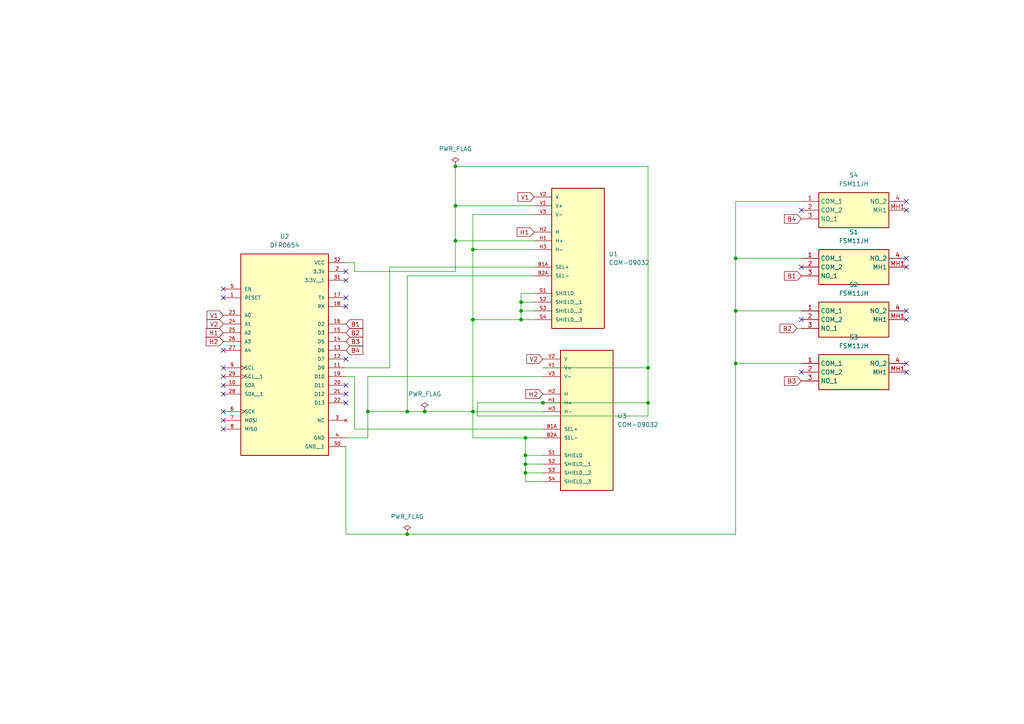
<source format=kicad_sch>
(kicad_sch
	(version 20250114)
	(generator "eeschema")
	(generator_version "9.0")
	(uuid "298392d1-3e02-42da-9ff3-3c0d40c10a2e")
	(paper "A4")
	(lib_symbols
		(symbol "ESP32:DFR0654"
			(pin_names
				(offset 1.016)
			)
			(exclude_from_sim no)
			(in_bom yes)
			(on_board yes)
			(property "Reference" "U"
				(at -12.7 26.162 0)
				(effects
					(font
						(size 1.27 1.27)
					)
					(justify left bottom)
				)
			)
			(property "Value" "DFR0654"
				(at -12.7 -35.56 0)
				(effects
					(font
						(size 1.27 1.27)
					)
					(justify left bottom)
				)
			)
			(property "Footprint" "DFR0654:MODULE_DFR0654"
				(at 0 0 0)
				(effects
					(font
						(size 1.27 1.27)
					)
					(justify bottom)
					(hide yes)
				)
			)
			(property "Datasheet" ""
				(at 0 0 0)
				(effects
					(font
						(size 1.27 1.27)
					)
					(hide yes)
				)
			)
			(property "Description" ""
				(at 0 0 0)
				(effects
					(font
						(size 1.27 1.27)
					)
					(hide yes)
				)
			)
			(property "MF" "DFRobot"
				(at 0 0 0)
				(effects
					(font
						(size 1.27 1.27)
					)
					(justify bottom)
					(hide yes)
				)
			)
			(property "Description_1" "ESP32-E ESP32 Transceiver; 802.11 b/g/n/d/e/i/k/r (Wi-Fi, WiFi, WLAN), Bluetooth® Smart 4.x Low Energy (BLE) 2.4GHz ~ 2.5GHz Evaluation Board"
				(at 0 0 0)
				(effects
					(font
						(size 1.27 1.27)
					)
					(justify bottom)
					(hide yes)
				)
			)
			(property "Package" "None"
				(at 0 0 0)
				(effects
					(font
						(size 1.27 1.27)
					)
					(justify bottom)
					(hide yes)
				)
			)
			(property "Price" "None"
				(at 0 0 0)
				(effects
					(font
						(size 1.27 1.27)
					)
					(justify bottom)
					(hide yes)
				)
			)
			(property "Check_prices" "https://www.snapeda.com/parts/DFR0654/DFRobot/view-part/?ref=eda"
				(at 0 0 0)
				(effects
					(font
						(size 1.27 1.27)
					)
					(justify bottom)
					(hide yes)
				)
			)
			(property "STANDARD" "Manufacturer Recommendations"
				(at 0 0 0)
				(effects
					(font
						(size 1.27 1.27)
					)
					(justify bottom)
					(hide yes)
				)
			)
			(property "SnapEDA_Link" "https://www.snapeda.com/parts/DFR0654/DFRobot/view-part/?ref=snap"
				(at 0 0 0)
				(effects
					(font
						(size 1.27 1.27)
					)
					(justify bottom)
					(hide yes)
				)
			)
			(property "MP" "DFR0654"
				(at 0 0 0)
				(effects
					(font
						(size 1.27 1.27)
					)
					(justify bottom)
					(hide yes)
				)
			)
			(property "Purchase-URL" "https://www.snapeda.com/api/url_track_click_mouser/?unipart_id=6027324&manufacturer=DFRobot&part_name=DFR0654&search_term=None"
				(at 0 0 0)
				(effects
					(font
						(size 1.27 1.27)
					)
					(justify bottom)
					(hide yes)
				)
			)
			(property "Availability" "In Stock"
				(at 0 0 0)
				(effects
					(font
						(size 1.27 1.27)
					)
					(justify bottom)
					(hide yes)
				)
			)
			(property "MANUFACTURER" "DFRobot"
				(at 0 0 0)
				(effects
					(font
						(size 1.27 1.27)
					)
					(justify bottom)
					(hide yes)
				)
			)
			(symbol "DFR0654_0_0"
				(rectangle
					(start -12.7 -33.02)
					(end 12.7 25.4)
					(stroke
						(width 0.254)
						(type default)
					)
					(fill
						(type background)
					)
				)
				(pin input line
					(at -17.78 15.24 0)
					(length 5.08)
					(name "EN"
						(effects
							(font
								(size 1.016 1.016)
							)
						)
					)
					(number "5"
						(effects
							(font
								(size 1.016 1.016)
							)
						)
					)
				)
				(pin input line
					(at -17.78 12.7 0)
					(length 5.08)
					(name "RESET"
						(effects
							(font
								(size 1.016 1.016)
							)
						)
					)
					(number "1"
						(effects
							(font
								(size 1.016 1.016)
							)
						)
					)
				)
				(pin input line
					(at -17.78 7.62 0)
					(length 5.08)
					(name "A0"
						(effects
							(font
								(size 1.016 1.016)
							)
						)
					)
					(number "23"
						(effects
							(font
								(size 1.016 1.016)
							)
						)
					)
				)
				(pin input line
					(at -17.78 5.08 0)
					(length 5.08)
					(name "A1"
						(effects
							(font
								(size 1.016 1.016)
							)
						)
					)
					(number "24"
						(effects
							(font
								(size 1.016 1.016)
							)
						)
					)
				)
				(pin input line
					(at -17.78 2.54 0)
					(length 5.08)
					(name "A2"
						(effects
							(font
								(size 1.016 1.016)
							)
						)
					)
					(number "25"
						(effects
							(font
								(size 1.016 1.016)
							)
						)
					)
				)
				(pin input line
					(at -17.78 0 0)
					(length 5.08)
					(name "A3"
						(effects
							(font
								(size 1.016 1.016)
							)
						)
					)
					(number "26"
						(effects
							(font
								(size 1.016 1.016)
							)
						)
					)
				)
				(pin input line
					(at -17.78 -2.54 0)
					(length 5.08)
					(name "A4"
						(effects
							(font
								(size 1.016 1.016)
							)
						)
					)
					(number "27"
						(effects
							(font
								(size 1.016 1.016)
							)
						)
					)
				)
				(pin input clock
					(at -17.78 -7.62 0)
					(length 5.08)
					(name "SCL"
						(effects
							(font
								(size 1.016 1.016)
							)
						)
					)
					(number "9"
						(effects
							(font
								(size 1.016 1.016)
							)
						)
					)
				)
				(pin input clock
					(at -17.78 -10.16 0)
					(length 5.08)
					(name "SCL__1"
						(effects
							(font
								(size 1.016 1.016)
							)
						)
					)
					(number "29"
						(effects
							(font
								(size 1.016 1.016)
							)
						)
					)
				)
				(pin bidirectional line
					(at -17.78 -12.7 0)
					(length 5.08)
					(name "SDA"
						(effects
							(font
								(size 1.016 1.016)
							)
						)
					)
					(number "10"
						(effects
							(font
								(size 1.016 1.016)
							)
						)
					)
				)
				(pin bidirectional line
					(at -17.78 -15.24 0)
					(length 5.08)
					(name "SDA__1"
						(effects
							(font
								(size 1.016 1.016)
							)
						)
					)
					(number "28"
						(effects
							(font
								(size 1.016 1.016)
							)
						)
					)
				)
				(pin input clock
					(at -17.78 -20.32 0)
					(length 5.08)
					(name "SCK"
						(effects
							(font
								(size 1.016 1.016)
							)
						)
					)
					(number "6"
						(effects
							(font
								(size 1.016 1.016)
							)
						)
					)
				)
				(pin input line
					(at -17.78 -22.86 0)
					(length 5.08)
					(name "MOSI"
						(effects
							(font
								(size 1.016 1.016)
							)
						)
					)
					(number "7"
						(effects
							(font
								(size 1.016 1.016)
							)
						)
					)
				)
				(pin output line
					(at -17.78 -25.4 0)
					(length 5.08)
					(name "MISO"
						(effects
							(font
								(size 1.016 1.016)
							)
						)
					)
					(number "8"
						(effects
							(font
								(size 1.016 1.016)
							)
						)
					)
				)
				(pin power_in line
					(at 17.78 22.86 180)
					(length 5.08)
					(name "VCC"
						(effects
							(font
								(size 1.016 1.016)
							)
						)
					)
					(number "32"
						(effects
							(font
								(size 1.016 1.016)
							)
						)
					)
				)
				(pin power_in line
					(at 17.78 20.32 180)
					(length 5.08)
					(name "3.3V"
						(effects
							(font
								(size 1.016 1.016)
							)
						)
					)
					(number "2"
						(effects
							(font
								(size 1.016 1.016)
							)
						)
					)
				)
				(pin power_in line
					(at 17.78 17.78 180)
					(length 5.08)
					(name "3.3V__1"
						(effects
							(font
								(size 1.016 1.016)
							)
						)
					)
					(number "31"
						(effects
							(font
								(size 1.016 1.016)
							)
						)
					)
				)
				(pin output line
					(at 17.78 12.7 180)
					(length 5.08)
					(name "TX"
						(effects
							(font
								(size 1.016 1.016)
							)
						)
					)
					(number "17"
						(effects
							(font
								(size 1.016 1.016)
							)
						)
					)
				)
				(pin input line
					(at 17.78 10.16 180)
					(length 5.08)
					(name "RX"
						(effects
							(font
								(size 1.016 1.016)
							)
						)
					)
					(number "18"
						(effects
							(font
								(size 1.016 1.016)
							)
						)
					)
				)
				(pin bidirectional line
					(at 17.78 5.08 180)
					(length 5.08)
					(name "D2"
						(effects
							(font
								(size 1.016 1.016)
							)
						)
					)
					(number "16"
						(effects
							(font
								(size 1.016 1.016)
							)
						)
					)
				)
				(pin bidirectional line
					(at 17.78 2.54 180)
					(length 5.08)
					(name "D3"
						(effects
							(font
								(size 1.016 1.016)
							)
						)
					)
					(number "15"
						(effects
							(font
								(size 1.016 1.016)
							)
						)
					)
				)
				(pin bidirectional line
					(at 17.78 0 180)
					(length 5.08)
					(name "D5"
						(effects
							(font
								(size 1.016 1.016)
							)
						)
					)
					(number "14"
						(effects
							(font
								(size 1.016 1.016)
							)
						)
					)
				)
				(pin bidirectional line
					(at 17.78 -2.54 180)
					(length 5.08)
					(name "D6"
						(effects
							(font
								(size 1.016 1.016)
							)
						)
					)
					(number "13"
						(effects
							(font
								(size 1.016 1.016)
							)
						)
					)
				)
				(pin bidirectional line
					(at 17.78 -5.08 180)
					(length 5.08)
					(name "D7"
						(effects
							(font
								(size 1.016 1.016)
							)
						)
					)
					(number "12"
						(effects
							(font
								(size 1.016 1.016)
							)
						)
					)
				)
				(pin bidirectional line
					(at 17.78 -7.62 180)
					(length 5.08)
					(name "D9"
						(effects
							(font
								(size 1.016 1.016)
							)
						)
					)
					(number "11"
						(effects
							(font
								(size 1.016 1.016)
							)
						)
					)
				)
				(pin bidirectional line
					(at 17.78 -10.16 180)
					(length 5.08)
					(name "D10"
						(effects
							(font
								(size 1.016 1.016)
							)
						)
					)
					(number "19"
						(effects
							(font
								(size 1.016 1.016)
							)
						)
					)
				)
				(pin bidirectional line
					(at 17.78 -12.7 180)
					(length 5.08)
					(name "D11"
						(effects
							(font
								(size 1.016 1.016)
							)
						)
					)
					(number "20"
						(effects
							(font
								(size 1.016 1.016)
							)
						)
					)
				)
				(pin bidirectional line
					(at 17.78 -15.24 180)
					(length 5.08)
					(name "D12"
						(effects
							(font
								(size 1.016 1.016)
							)
						)
					)
					(number "21"
						(effects
							(font
								(size 1.016 1.016)
							)
						)
					)
				)
				(pin bidirectional line
					(at 17.78 -17.78 180)
					(length 5.08)
					(name "D13"
						(effects
							(font
								(size 1.016 1.016)
							)
						)
					)
					(number "22"
						(effects
							(font
								(size 1.016 1.016)
							)
						)
					)
				)
				(pin no_connect line
					(at 17.78 -22.86 180)
					(length 5.08)
					(name "NC"
						(effects
							(font
								(size 1.016 1.016)
							)
						)
					)
					(number "3"
						(effects
							(font
								(size 1.016 1.016)
							)
						)
					)
				)
				(pin power_in line
					(at 17.78 -27.94 180)
					(length 5.08)
					(name "GND"
						(effects
							(font
								(size 1.016 1.016)
							)
						)
					)
					(number "4"
						(effects
							(font
								(size 1.016 1.016)
							)
						)
					)
				)
				(pin power_in line
					(at 17.78 -30.48 180)
					(length 5.08)
					(name "GND__1"
						(effects
							(font
								(size 1.016 1.016)
							)
						)
					)
					(number "30"
						(effects
							(font
								(size 1.016 1.016)
							)
						)
					)
				)
			)
			(embedded_fonts no)
		)
		(symbol "Switches:FSM11JH"
			(exclude_from_sim no)
			(in_bom yes)
			(on_board yes)
			(property "Reference" "S"
				(at 26.67 7.62 0)
				(effects
					(font
						(size 1.27 1.27)
					)
					(justify left top)
				)
			)
			(property "Value" "FSM11JH"
				(at 26.67 5.08 0)
				(effects
					(font
						(size 1.27 1.27)
					)
					(justify left top)
				)
			)
			(property "Footprint" "FSM11JH"
				(at 26.67 -94.92 0)
				(effects
					(font
						(size 1.27 1.27)
					)
					(justify left top)
					(hide yes)
				)
			)
			(property "Datasheet" "http://hcmweb/archive/datasheets/802000/802839/ENG_CD_1825955_A[1].pdf"
				(at 26.67 -194.92 0)
				(effects
					(font
						(size 1.27 1.27)
					)
					(justify left top)
					(hide yes)
				)
			)
			(property "Description" "Tactile Switches 6MM ACTHT W/ESD TACT SWITCH"
				(at 0 0 0)
				(effects
					(font
						(size 1.27 1.27)
					)
					(hide yes)
				)
			)
			(property "Height" "8.31"
				(at 26.67 -394.92 0)
				(effects
					(font
						(size 1.27 1.27)
					)
					(justify left top)
					(hide yes)
				)
			)
			(property "Mouser Part Number" "506-FSM11JH"
				(at 26.67 -494.92 0)
				(effects
					(font
						(size 1.27 1.27)
					)
					(justify left top)
					(hide yes)
				)
			)
			(property "Mouser Price/Stock" "https://www.mouser.co.uk/ProductDetail/TE-Connectivity-PB/FSM11JH?qs=g%252BEszo6zu8NNB6FSyM%2Fruw%3D%3D"
				(at 26.67 -594.92 0)
				(effects
					(font
						(size 1.27 1.27)
					)
					(justify left top)
					(hide yes)
				)
			)
			(property "Manufacturer_Name" "TE Connectivity"
				(at 26.67 -694.92 0)
				(effects
					(font
						(size 1.27 1.27)
					)
					(justify left top)
					(hide yes)
				)
			)
			(property "Manufacturer_Part_Number" "FSM11JH"
				(at 26.67 -794.92 0)
				(effects
					(font
						(size 1.27 1.27)
					)
					(justify left top)
					(hide yes)
				)
			)
			(symbol "FSM11JH_1_1"
				(rectangle
					(start 5.08 2.54)
					(end 25.4 -7.62)
					(stroke
						(width 0.254)
						(type default)
					)
					(fill
						(type background)
					)
				)
				(pin passive line
					(at 0 0 0)
					(length 5.08)
					(name "COM_1"
						(effects
							(font
								(size 1.27 1.27)
							)
						)
					)
					(number "1"
						(effects
							(font
								(size 1.27 1.27)
							)
						)
					)
				)
				(pin passive line
					(at 0 -2.54 0)
					(length 5.08)
					(name "COM_2"
						(effects
							(font
								(size 1.27 1.27)
							)
						)
					)
					(number "2"
						(effects
							(font
								(size 1.27 1.27)
							)
						)
					)
				)
				(pin passive line
					(at 0 -5.08 0)
					(length 5.08)
					(name "NO_1"
						(effects
							(font
								(size 1.27 1.27)
							)
						)
					)
					(number "3"
						(effects
							(font
								(size 1.27 1.27)
							)
						)
					)
				)
				(pin passive line
					(at 30.48 0 180)
					(length 5.08)
					(name "NO_2"
						(effects
							(font
								(size 1.27 1.27)
							)
						)
					)
					(number "4"
						(effects
							(font
								(size 1.27 1.27)
							)
						)
					)
				)
				(pin passive line
					(at 30.48 -2.54 180)
					(length 5.08)
					(name "MH1"
						(effects
							(font
								(size 1.27 1.27)
							)
						)
					)
					(number "MH1"
						(effects
							(font
								(size 1.27 1.27)
							)
						)
					)
				)
			)
			(embedded_fonts no)
		)
		(symbol "joysticks:COM-09032"
			(pin_names
				(offset 1.016)
			)
			(exclude_from_sim no)
			(in_bom yes)
			(on_board yes)
			(property "Reference" "U"
				(at -7.62 16.002 0)
				(effects
					(font
						(size 1.27 1.27)
					)
					(justify left bottom)
				)
			)
			(property "Value" "COM-09032"
				(at -7.62 -27.94 0)
				(effects
					(font
						(size 1.27 1.27)
					)
					(justify left bottom)
				)
			)
			(property "Footprint" "COM-09032:XDCR_COM-09032"
				(at 0 0 0)
				(effects
					(font
						(size 1.27 1.27)
					)
					(justify bottom)
					(hide yes)
				)
			)
			(property "Datasheet" ""
				(at 0 0 0)
				(effects
					(font
						(size 1.27 1.27)
					)
					(hide yes)
				)
			)
			(property "Description" ""
				(at 0 0 0)
				(effects
					(font
						(size 1.27 1.27)
					)
					(hide yes)
				)
			)
			(property "MF" "SparkFun Electronics"
				(at 0 0 0)
				(effects
					(font
						(size 1.27 1.27)
					)
					(justify bottom)
					(hide yes)
				)
			)
			(property "MAXIMUM_PACKAGE_HEIGHT" "30.1mm"
				(at 0 0 0)
				(effects
					(font
						(size 1.27 1.27)
					)
					(justify bottom)
					(hide yes)
				)
			)
			(property "Package" "Package"
				(at 0 0 0)
				(effects
					(font
						(size 1.27 1.27)
					)
					(justify bottom)
					(hide yes)
				)
			)
			(property "Price" "None"
				(at 0 0 0)
				(effects
					(font
						(size 1.27 1.27)
					)
					(justify bottom)
					(hide yes)
				)
			)
			(property "Check_prices" "https://www.snapeda.com/parts/COM-09032/SparkFun/view-part/?ref=eda"
				(at 0 0 0)
				(effects
					(font
						(size 1.27 1.27)
					)
					(justify bottom)
					(hide yes)
				)
			)
			(property "STANDARD" "Manufacturer Recommendations"
				(at 0 0 0)
				(effects
					(font
						(size 1.27 1.27)
					)
					(justify bottom)
					(hide yes)
				)
			)
			(property "PARTREV" "N/A"
				(at 0 0 0)
				(effects
					(font
						(size 1.27 1.27)
					)
					(justify bottom)
					(hide yes)
				)
			)
			(property "SnapEDA_Link" "https://www.snapeda.com/parts/COM-09032/SparkFun/view-part/?ref=snap"
				(at 0 0 0)
				(effects
					(font
						(size 1.27 1.27)
					)
					(justify bottom)
					(hide yes)
				)
			)
			(property "MP" "COM-09032"
				(at 0 0 0)
				(effects
					(font
						(size 1.27 1.27)
					)
					(justify bottom)
					(hide yes)
				)
			)
			(property "Purchase-URL" "https://www.snapeda.com/api/url_track_click_mouser/?unipart_id=888157&manufacturer=SparkFun Electronics&part_name=COM-09032&search_term=None"
				(at 0 0 0)
				(effects
					(font
						(size 1.27 1.27)
					)
					(justify bottom)
					(hide yes)
				)
			)
			(property "Description_1" "Joystick, 2 - Axis Analog (Resistive) Output"
				(at 0 0 0)
				(effects
					(font
						(size 1.27 1.27)
					)
					(justify bottom)
					(hide yes)
				)
			)
			(property "Availability" "Not in stock"
				(at 0 0 0)
				(effects
					(font
						(size 1.27 1.27)
					)
					(justify bottom)
					(hide yes)
				)
			)
			(property "MANUFACTURER" "SparkFun Electronics"
				(at 0 0 0)
				(effects
					(font
						(size 1.27 1.27)
					)
					(justify bottom)
					(hide yes)
				)
			)
			(symbol "COM-09032_0_0"
				(rectangle
					(start -7.62 -25.4)
					(end 7.62 15.24)
					(stroke
						(width 0.254)
						(type default)
					)
					(fill
						(type background)
					)
				)
				(pin passive line
					(at -12.7 12.7 0)
					(length 5.08)
					(name "V"
						(effects
							(font
								(size 1.016 1.016)
							)
						)
					)
					(number "V2"
						(effects
							(font
								(size 1.016 1.016)
							)
						)
					)
				)
				(pin passive line
					(at -12.7 10.16 0)
					(length 5.08)
					(name "V+"
						(effects
							(font
								(size 1.016 1.016)
							)
						)
					)
					(number "V1"
						(effects
							(font
								(size 1.016 1.016)
							)
						)
					)
				)
				(pin passive line
					(at -12.7 7.62 0)
					(length 5.08)
					(name "V-"
						(effects
							(font
								(size 1.016 1.016)
							)
						)
					)
					(number "V3"
						(effects
							(font
								(size 1.016 1.016)
							)
						)
					)
				)
				(pin passive line
					(at -12.7 2.54 0)
					(length 5.08)
					(name "H"
						(effects
							(font
								(size 1.016 1.016)
							)
						)
					)
					(number "H2"
						(effects
							(font
								(size 1.016 1.016)
							)
						)
					)
				)
				(pin passive line
					(at -12.7 0 0)
					(length 5.08)
					(name "H+"
						(effects
							(font
								(size 1.016 1.016)
							)
						)
					)
					(number "H1"
						(effects
							(font
								(size 1.016 1.016)
							)
						)
					)
				)
				(pin passive line
					(at -12.7 -2.54 0)
					(length 5.08)
					(name "H-"
						(effects
							(font
								(size 1.016 1.016)
							)
						)
					)
					(number "H3"
						(effects
							(font
								(size 1.016 1.016)
							)
						)
					)
				)
				(pin passive line
					(at -12.7 -7.62 0)
					(length 5.08)
					(name "SEL+"
						(effects
							(font
								(size 1.016 1.016)
							)
						)
					)
					(number "B1A"
						(effects
							(font
								(size 1.016 1.016)
							)
						)
					)
				)
				(pin passive line
					(at -12.7 -10.16 0)
					(length 5.08)
					(name "SEL-"
						(effects
							(font
								(size 1.016 1.016)
							)
						)
					)
					(number "B2A"
						(effects
							(font
								(size 1.016 1.016)
							)
						)
					)
				)
				(pin passive line
					(at -12.7 -15.24 0)
					(length 5.08)
					(name "SHIELD"
						(effects
							(font
								(size 1.016 1.016)
							)
						)
					)
					(number "S1"
						(effects
							(font
								(size 1.016 1.016)
							)
						)
					)
				)
				(pin passive line
					(at -12.7 -17.78 0)
					(length 5.08)
					(name "SHIELD__1"
						(effects
							(font
								(size 1.016 1.016)
							)
						)
					)
					(number "S2"
						(effects
							(font
								(size 1.016 1.016)
							)
						)
					)
				)
				(pin passive line
					(at -12.7 -20.32 0)
					(length 5.08)
					(name "SHIELD__2"
						(effects
							(font
								(size 1.016 1.016)
							)
						)
					)
					(number "S3"
						(effects
							(font
								(size 1.016 1.016)
							)
						)
					)
				)
				(pin passive line
					(at -12.7 -22.86 0)
					(length 5.08)
					(name "SHIELD__3"
						(effects
							(font
								(size 1.016 1.016)
							)
						)
					)
					(number "S4"
						(effects
							(font
								(size 1.016 1.016)
							)
						)
					)
				)
			)
			(embedded_fonts no)
		)
		(symbol "power:PWR_FLAG"
			(power)
			(pin_numbers
				(hide yes)
			)
			(pin_names
				(offset 0)
				(hide yes)
			)
			(exclude_from_sim no)
			(in_bom yes)
			(on_board yes)
			(property "Reference" "#FLG"
				(at 0 1.905 0)
				(effects
					(font
						(size 1.27 1.27)
					)
					(hide yes)
				)
			)
			(property "Value" "PWR_FLAG"
				(at 0 3.81 0)
				(effects
					(font
						(size 1.27 1.27)
					)
				)
			)
			(property "Footprint" ""
				(at 0 0 0)
				(effects
					(font
						(size 1.27 1.27)
					)
					(hide yes)
				)
			)
			(property "Datasheet" "~"
				(at 0 0 0)
				(effects
					(font
						(size 1.27 1.27)
					)
					(hide yes)
				)
			)
			(property "Description" "Special symbol for telling ERC where power comes from"
				(at 0 0 0)
				(effects
					(font
						(size 1.27 1.27)
					)
					(hide yes)
				)
			)
			(property "ki_keywords" "flag power"
				(at 0 0 0)
				(effects
					(font
						(size 1.27 1.27)
					)
					(hide yes)
				)
			)
			(symbol "PWR_FLAG_0_0"
				(pin power_out line
					(at 0 0 90)
					(length 0)
					(name "~"
						(effects
							(font
								(size 1.27 1.27)
							)
						)
					)
					(number "1"
						(effects
							(font
								(size 1.27 1.27)
							)
						)
					)
				)
			)
			(symbol "PWR_FLAG_0_1"
				(polyline
					(pts
						(xy 0 0) (xy 0 1.27) (xy -1.016 1.905) (xy 0 2.54) (xy 1.016 1.905) (xy 0 1.27)
					)
					(stroke
						(width 0)
						(type default)
					)
					(fill
						(type none)
					)
				)
			)
			(embedded_fonts no)
		)
	)
	(junction
		(at 151.13 87.63)
		(diameter 0)
		(color 0 0 0 0)
		(uuid "004f3f1c-39c5-4d20-bd54-40f3acdd4260")
	)
	(junction
		(at 152.4 134.62)
		(diameter 0)
		(color 0 0 0 0)
		(uuid "0bd874d4-7788-4f37-afb0-c3de4779f8eb")
	)
	(junction
		(at 151.13 90.17)
		(diameter 0)
		(color 0 0 0 0)
		(uuid "133be06c-c2c9-4d5c-b4fd-be1ccfa52251")
	)
	(junction
		(at 151.13 92.71)
		(diameter 0)
		(color 0 0 0 0)
		(uuid "1b7fc2aa-63ae-4306-8f74-b6035f41a4d9")
	)
	(junction
		(at 118.11 154.94)
		(diameter 0)
		(color 0 0 0 0)
		(uuid "25334bd5-00a7-4d32-92b3-ada20fc8634d")
	)
	(junction
		(at 213.36 90.17)
		(diameter 0)
		(color 0 0 0 0)
		(uuid "2702a971-0765-48de-b878-b8fd277b38fa")
	)
	(junction
		(at 137.16 119.38)
		(diameter 0)
		(color 0 0 0 0)
		(uuid "44f7dd16-d8c5-484f-bca1-d905a009eea7")
	)
	(junction
		(at 137.16 92.71)
		(diameter 0)
		(color 0 0 0 0)
		(uuid "54639881-88c9-46f3-a24f-7924c5dd94ac")
	)
	(junction
		(at 118.11 119.38)
		(diameter 0)
		(color 0 0 0 0)
		(uuid "6b1b486e-24a5-4503-9f2c-c85962c34fbd")
	)
	(junction
		(at 187.96 106.68)
		(diameter 0)
		(color 0 0 0 0)
		(uuid "74b1b6f8-77c6-4893-8149-44f41390d99c")
	)
	(junction
		(at 187.96 116.84)
		(diameter 0)
		(color 0 0 0 0)
		(uuid "83c3db01-a17b-4917-b574-791a22148572")
	)
	(junction
		(at 137.16 72.39)
		(diameter 0)
		(color 0 0 0 0)
		(uuid "97aea462-13c4-4877-9ecd-6d6638f8e050")
	)
	(junction
		(at 132.08 59.69)
		(diameter 0)
		(color 0 0 0 0)
		(uuid "99ee8f8a-96f3-459e-a4f8-84467b7f6e1b")
	)
	(junction
		(at 132.08 48.26)
		(diameter 0)
		(color 0 0 0 0)
		(uuid "9eec651a-84c8-469e-8e0e-d14fffaecf9a")
	)
	(junction
		(at 152.4 132.08)
		(diameter 0)
		(color 0 0 0 0)
		(uuid "9fd32198-bae8-4c2f-8bbf-608cd8a28c72")
	)
	(junction
		(at 213.36 105.41)
		(diameter 0)
		(color 0 0 0 0)
		(uuid "abdc83cd-b017-4009-bf7c-35bfca3f235f")
	)
	(junction
		(at 106.68 119.38)
		(diameter 0)
		(color 0 0 0 0)
		(uuid "b6e150d7-4533-466f-ad0d-1b62b50077a6")
	)
	(junction
		(at 123.19 119.38)
		(diameter 0)
		(color 0 0 0 0)
		(uuid "bb6144a1-4b42-4e71-955c-deeaefaf6894")
	)
	(junction
		(at 152.4 127)
		(diameter 0)
		(color 0 0 0 0)
		(uuid "ca57e81a-5d71-414f-91ae-b7becea46c5e")
	)
	(junction
		(at 132.08 69.85)
		(diameter 0)
		(color 0 0 0 0)
		(uuid "cb2fab20-8a7b-4438-aa9a-287c3f373fba")
	)
	(junction
		(at 213.36 74.93)
		(diameter 0)
		(color 0 0 0 0)
		(uuid "d7ccfd9a-ffaf-4ee9-af40-449c6654b3bd")
	)
	(junction
		(at 152.4 137.16)
		(diameter 0)
		(color 0 0 0 0)
		(uuid "def7b45f-03ae-4052-bee2-3b3dd5294eae")
	)
	(junction
		(at 157.48 116.84)
		(diameter 0)
		(color 0 0 0 0)
		(uuid "e77ff7e5-8f07-4284-9abd-70d61e5a6d0b")
	)
	(no_connect
		(at 262.89 92.71)
		(uuid "0d89526b-cc44-49e4-a735-8d934a343adf")
	)
	(no_connect
		(at 232.41 77.47)
		(uuid "256ce5a5-40f1-4891-9ec7-efcad6f639df")
	)
	(no_connect
		(at 64.77 86.36)
		(uuid "3056c4bd-c0dc-4015-aeb3-7e25fd7457bd")
	)
	(no_connect
		(at 232.41 60.96)
		(uuid "32ef9199-6d1c-4663-b3f5-5586485ca462")
	)
	(no_connect
		(at 262.89 90.17)
		(uuid "3aaa4766-7da0-44ca-b75c-309b24bdeeb4")
	)
	(no_connect
		(at 100.33 86.36)
		(uuid "448932a9-161b-4e3e-bafd-88012bdfc482")
	)
	(no_connect
		(at 64.77 121.92)
		(uuid "449e6030-92fd-4d50-b199-ee2ff0cb2e8a")
	)
	(no_connect
		(at 64.77 119.38)
		(uuid "4d48ce85-0357-41ae-b20f-bc931ff89398")
	)
	(no_connect
		(at 64.77 114.3)
		(uuid "5345f8f9-27e3-4447-b8e8-9c5e514eae9f")
	)
	(no_connect
		(at 64.77 124.46)
		(uuid "6da37d63-809a-451c-9e27-11372744ff4d")
	)
	(no_connect
		(at 262.89 60.96)
		(uuid "74e72d58-79e8-4234-8250-fb5a84a2bf81")
	)
	(no_connect
		(at 262.89 105.41)
		(uuid "78abdbb9-f90f-48d4-9526-7c43452fa3a4")
	)
	(no_connect
		(at 262.89 107.95)
		(uuid "8015f7ea-bba1-4f7e-8d91-2d9f38386f09")
	)
	(no_connect
		(at 100.33 104.14)
		(uuid "808409ac-c50e-4808-83e7-650b826bb1ea")
	)
	(no_connect
		(at 64.77 109.22)
		(uuid "82467bc3-dce6-4a36-b28d-097ccf3711f3")
	)
	(no_connect
		(at 64.77 111.76)
		(uuid "8b81901b-a8d0-4ee2-9748-e022be8c0243")
	)
	(no_connect
		(at 100.33 81.28)
		(uuid "99e3c462-aad9-49fc-a2bc-f4b68f1a32ac")
	)
	(no_connect
		(at 100.33 88.9)
		(uuid "a3007ee4-43dd-437a-8f61-ea5ce5f593d1")
	)
	(no_connect
		(at 262.89 74.93)
		(uuid "b1df5fbe-ecf4-43b7-9379-9c833f4d514c")
	)
	(no_connect
		(at 232.41 92.71)
		(uuid "c4b5cad1-2f3e-4a35-b60e-d5dc55f1a6bc")
	)
	(no_connect
		(at 262.89 58.42)
		(uuid "c7118d06-febf-4d83-b49b-419bb3f65273")
	)
	(no_connect
		(at 100.33 78.74)
		(uuid "d745794d-b894-4093-b77b-05d47df832dd")
	)
	(no_connect
		(at 64.77 101.6)
		(uuid "d790fe65-dacf-4a10-a93c-48b309d2bf3b")
	)
	(no_connect
		(at 100.33 111.76)
		(uuid "dd49848a-aa38-4668-8390-dda0dc4488c3")
	)
	(no_connect
		(at 64.77 106.68)
		(uuid "e479ab4c-7504-4909-b45f-9129558ed149")
	)
	(no_connect
		(at 100.33 114.3)
		(uuid "e52bf470-3b8d-4a63-82c3-b3abf16b207e")
	)
	(no_connect
		(at 262.89 77.47)
		(uuid "ef362feb-96ae-4efb-a489-21876d321794")
	)
	(no_connect
		(at 64.77 83.82)
		(uuid "f30e7c02-92ab-402c-8608-be1dfb35cfb6")
	)
	(no_connect
		(at 100.33 116.84)
		(uuid "f5e22e39-8a99-42b3-b0a5-ae034c68dc17")
	)
	(no_connect
		(at 232.41 107.95)
		(uuid "f8f56f9e-75d3-42c6-9a21-ad0062c9bfcc")
	)
	(wire
		(pts
			(xy 137.16 127) (xy 152.4 127)
		)
		(stroke
			(width 0)
			(type default)
		)
		(uuid "00ba193a-6f3e-48aa-b867-9337bf714186")
	)
	(wire
		(pts
			(xy 187.96 106.68) (xy 187.96 116.84)
		)
		(stroke
			(width 0)
			(type default)
		)
		(uuid "0424b550-2925-428c-83d7-759a00131edb")
	)
	(wire
		(pts
			(xy 152.4 137.16) (xy 152.4 139.7)
		)
		(stroke
			(width 0)
			(type default)
		)
		(uuid "0996d922-08fc-46bd-a0ba-0a78ce653b37")
	)
	(wire
		(pts
			(xy 102.87 124.46) (xy 102.87 109.22)
		)
		(stroke
			(width 0)
			(type default)
		)
		(uuid "0d02bf41-63c2-4754-99ba-128616496471")
	)
	(wire
		(pts
			(xy 157.48 132.08) (xy 152.4 132.08)
		)
		(stroke
			(width 0)
			(type default)
		)
		(uuid "0d225b54-6ef8-4e1d-ac9f-9bea413f9198")
	)
	(wire
		(pts
			(xy 138.43 120.65) (xy 187.96 120.65)
		)
		(stroke
			(width 0)
			(type default)
		)
		(uuid "1093b5fa-9505-4734-ae06-7be802f86cb7")
	)
	(wire
		(pts
			(xy 157.48 134.62) (xy 152.4 134.62)
		)
		(stroke
			(width 0)
			(type default)
		)
		(uuid "10bd4db4-235d-4336-997b-9d6ce629455c")
	)
	(wire
		(pts
			(xy 100.33 154.94) (xy 118.11 154.94)
		)
		(stroke
			(width 0)
			(type default)
		)
		(uuid "10c4ac47-2ea2-41f5-892b-cbdd04650d40")
	)
	(wire
		(pts
			(xy 102.87 78.74) (xy 132.08 78.74)
		)
		(stroke
			(width 0)
			(type default)
		)
		(uuid "11360433-e878-4a6b-9230-20cdde54707f")
	)
	(wire
		(pts
			(xy 154.94 72.39) (xy 137.16 72.39)
		)
		(stroke
			(width 0)
			(type default)
		)
		(uuid "183ca0aa-b470-47f1-a487-d44590765a34")
	)
	(wire
		(pts
			(xy 106.68 109.22) (xy 106.68 119.38)
		)
		(stroke
			(width 0)
			(type default)
		)
		(uuid "1d62467a-e055-4534-af0e-81ea57c88056")
	)
	(wire
		(pts
			(xy 102.87 109.22) (xy 100.33 109.22)
		)
		(stroke
			(width 0)
			(type default)
		)
		(uuid "205fe392-f120-400c-b231-101fadab8325")
	)
	(wire
		(pts
			(xy 137.16 119.38) (xy 123.19 119.38)
		)
		(stroke
			(width 0)
			(type default)
		)
		(uuid "225d8d29-b943-4653-b32a-03c4bda4c0e8")
	)
	(wire
		(pts
			(xy 157.48 119.38) (xy 137.16 119.38)
		)
		(stroke
			(width 0)
			(type default)
		)
		(uuid "2a09aa96-0da5-4ad8-9427-03a02675886c")
	)
	(wire
		(pts
			(xy 132.08 69.85) (xy 154.94 69.85)
		)
		(stroke
			(width 0)
			(type default)
		)
		(uuid "2b92189b-3c22-4e2e-893f-4e5e90676eff")
	)
	(wire
		(pts
			(xy 132.08 48.26) (xy 132.08 59.69)
		)
		(stroke
			(width 0)
			(type default)
		)
		(uuid "2c41e67c-6faf-4443-abea-19d98a99e98d")
	)
	(wire
		(pts
			(xy 154.94 62.23) (xy 137.16 62.23)
		)
		(stroke
			(width 0)
			(type default)
		)
		(uuid "43a31ac2-d5bc-48e2-b856-7e269f7549ba")
	)
	(wire
		(pts
			(xy 232.41 95.25) (xy 231.14 95.25)
		)
		(stroke
			(width 0)
			(type default)
		)
		(uuid "4b080336-c7c3-425a-b585-3dbf812de499")
	)
	(wire
		(pts
			(xy 157.48 139.7) (xy 152.4 139.7)
		)
		(stroke
			(width 0)
			(type default)
		)
		(uuid "4de7f0ad-965a-4581-aeed-0e196064314a")
	)
	(wire
		(pts
			(xy 123.19 119.38) (xy 118.11 119.38)
		)
		(stroke
			(width 0)
			(type default)
		)
		(uuid "506a7de8-8439-41dc-83f9-6f1c722c157c")
	)
	(wire
		(pts
			(xy 113.03 77.47) (xy 113.03 106.68)
		)
		(stroke
			(width 0)
			(type default)
		)
		(uuid "51cf1610-2a6c-4936-8498-5f33f0c213f6")
	)
	(wire
		(pts
			(xy 138.43 116.84) (xy 157.48 116.84)
		)
		(stroke
			(width 0)
			(type default)
		)
		(uuid "52408d1d-92ec-44ea-aee5-2c0c3babd446")
	)
	(wire
		(pts
			(xy 152.4 134.62) (xy 152.4 132.08)
		)
		(stroke
			(width 0)
			(type default)
		)
		(uuid "5285747b-d3e3-4fb5-8214-25f35684163c")
	)
	(wire
		(pts
			(xy 232.41 105.41) (xy 213.36 105.41)
		)
		(stroke
			(width 0)
			(type default)
		)
		(uuid "5a2aecf4-eceb-46d2-8053-9e368d0a9866")
	)
	(wire
		(pts
			(xy 151.13 85.09) (xy 151.13 87.63)
		)
		(stroke
			(width 0)
			(type default)
		)
		(uuid "5a8a7af2-b649-435e-8f47-bc0a65e56e13")
	)
	(wire
		(pts
			(xy 187.96 106.68) (xy 187.96 48.26)
		)
		(stroke
			(width 0)
			(type default)
		)
		(uuid "5c65338a-aabd-4664-a98c-2210ea5839ae")
	)
	(wire
		(pts
			(xy 154.94 80.01) (xy 118.11 80.01)
		)
		(stroke
			(width 0)
			(type default)
		)
		(uuid "62a13a29-eb20-43f6-a283-da5e7885a07d")
	)
	(wire
		(pts
			(xy 113.03 106.68) (xy 100.33 106.68)
		)
		(stroke
			(width 0)
			(type default)
		)
		(uuid "644844f2-36ba-4157-a792-94aae7b35d79")
	)
	(wire
		(pts
			(xy 157.48 137.16) (xy 152.4 137.16)
		)
		(stroke
			(width 0)
			(type default)
		)
		(uuid "659177c9-b092-4f31-9005-c1b6983527be")
	)
	(wire
		(pts
			(xy 151.13 90.17) (xy 151.13 92.71)
		)
		(stroke
			(width 0)
			(type default)
		)
		(uuid "6606f787-851f-43d4-b55f-ac1c5a13984c")
	)
	(wire
		(pts
			(xy 187.96 120.65) (xy 187.96 116.84)
		)
		(stroke
			(width 0)
			(type default)
		)
		(uuid "69b7d5c3-77bd-4285-8b0b-13af58495131")
	)
	(wire
		(pts
			(xy 138.43 120.65) (xy 138.43 116.84)
		)
		(stroke
			(width 0)
			(type default)
		)
		(uuid "6ca0f639-b796-4c6a-8ff8-99ba560edf46")
	)
	(wire
		(pts
			(xy 157.48 124.46) (xy 102.87 124.46)
		)
		(stroke
			(width 0)
			(type default)
		)
		(uuid "6ee99576-4169-41f9-85a2-be8783812749")
	)
	(wire
		(pts
			(xy 213.36 74.93) (xy 213.36 90.17)
		)
		(stroke
			(width 0)
			(type default)
		)
		(uuid "784e474c-61fc-485d-823f-cccc3cf573d4")
	)
	(wire
		(pts
			(xy 213.36 74.93) (xy 232.41 74.93)
		)
		(stroke
			(width 0)
			(type default)
		)
		(uuid "7a8bf27f-a0d1-48fc-8f82-b5bca3ac5538")
	)
	(wire
		(pts
			(xy 106.68 127) (xy 100.33 127)
		)
		(stroke
			(width 0)
			(type default)
		)
		(uuid "805367cb-2c09-4c22-bc0e-0f06dbc41479")
	)
	(wire
		(pts
			(xy 213.36 90.17) (xy 213.36 105.41)
		)
		(stroke
			(width 0)
			(type default)
		)
		(uuid "8119ea64-d328-4567-8b2e-8612c9e3c9e0")
	)
	(wire
		(pts
			(xy 213.36 58.42) (xy 213.36 74.93)
		)
		(stroke
			(width 0)
			(type default)
		)
		(uuid "82fd9488-23bf-463c-8c6b-09653b7f72c3")
	)
	(wire
		(pts
			(xy 137.16 92.71) (xy 151.13 92.71)
		)
		(stroke
			(width 0)
			(type default)
		)
		(uuid "858f8093-6b7e-4e45-bfe7-11dee9d6c0d6")
	)
	(wire
		(pts
			(xy 100.33 154.94) (xy 100.33 129.54)
		)
		(stroke
			(width 0)
			(type default)
		)
		(uuid "908f3f9e-5591-4de2-b597-13b4b5806c4e")
	)
	(wire
		(pts
			(xy 151.13 87.63) (xy 151.13 90.17)
		)
		(stroke
			(width 0)
			(type default)
		)
		(uuid "9242a604-ae15-49ed-b559-dcdcfb42483f")
	)
	(wire
		(pts
			(xy 151.13 92.71) (xy 154.94 92.71)
		)
		(stroke
			(width 0)
			(type default)
		)
		(uuid "97ea62c9-04e0-48c6-b797-8e1eb1a195a7")
	)
	(wire
		(pts
			(xy 213.36 58.42) (xy 232.41 58.42)
		)
		(stroke
			(width 0)
			(type default)
		)
		(uuid "a1a20dc0-87f6-4320-bbcf-73bde3f221a9")
	)
	(wire
		(pts
			(xy 152.4 127) (xy 157.48 127)
		)
		(stroke
			(width 0)
			(type default)
		)
		(uuid "a344bfd9-ab32-4bf1-a955-3c5bdec97fa3")
	)
	(wire
		(pts
			(xy 132.08 69.85) (xy 132.08 59.69)
		)
		(stroke
			(width 0)
			(type default)
		)
		(uuid "afe5a189-5beb-4630-8f8b-a6beba807c2e")
	)
	(wire
		(pts
			(xy 102.87 76.2) (xy 100.33 76.2)
		)
		(stroke
			(width 0)
			(type default)
		)
		(uuid "b737804c-616a-42f2-b536-11485a84fbd2")
	)
	(wire
		(pts
			(xy 157.48 109.22) (xy 106.68 109.22)
		)
		(stroke
			(width 0)
			(type default)
		)
		(uuid "b8945ce5-58d9-48e2-84e3-865b98465cda")
	)
	(wire
		(pts
			(xy 154.94 87.63) (xy 151.13 87.63)
		)
		(stroke
			(width 0)
			(type default)
		)
		(uuid "bcf3e66c-fd09-477e-9689-a13e78399f0f")
	)
	(wire
		(pts
			(xy 118.11 119.38) (xy 106.68 119.38)
		)
		(stroke
			(width 0)
			(type default)
		)
		(uuid "bfa67faa-78c8-425e-912a-6a4fb16093e3")
	)
	(wire
		(pts
			(xy 137.16 92.71) (xy 137.16 119.38)
		)
		(stroke
			(width 0)
			(type default)
		)
		(uuid "bfe8adf8-ee90-4a5b-9a9f-018a5b2f324b")
	)
	(wire
		(pts
			(xy 106.68 119.38) (xy 106.68 127)
		)
		(stroke
			(width 0)
			(type default)
		)
		(uuid "c12c905e-e464-4a1b-ae5d-008db65dace5")
	)
	(wire
		(pts
			(xy 152.4 132.08) (xy 152.4 127)
		)
		(stroke
			(width 0)
			(type default)
		)
		(uuid "c4751410-f6ee-4dd0-9504-f56f2188737e")
	)
	(wire
		(pts
			(xy 187.96 48.26) (xy 132.08 48.26)
		)
		(stroke
			(width 0)
			(type default)
		)
		(uuid "c51ca664-ee47-49e7-bf84-46ea810e5f36")
	)
	(wire
		(pts
			(xy 137.16 119.38) (xy 137.16 127)
		)
		(stroke
			(width 0)
			(type default)
		)
		(uuid "c58664f7-6db1-4ce6-a92b-cd1281e607b6")
	)
	(wire
		(pts
			(xy 154.94 85.09) (xy 151.13 85.09)
		)
		(stroke
			(width 0)
			(type default)
		)
		(uuid "c6da623f-596b-407e-a266-c39d81e6e6da")
	)
	(wire
		(pts
			(xy 152.4 137.16) (xy 152.4 134.62)
		)
		(stroke
			(width 0)
			(type default)
		)
		(uuid "cce0e6c0-3589-42e0-8fde-83e0b0bebd51")
	)
	(wire
		(pts
			(xy 118.11 154.94) (xy 213.36 154.94)
		)
		(stroke
			(width 0)
			(type default)
		)
		(uuid "cce16c64-8379-40c7-8586-6462edcca0c9")
	)
	(wire
		(pts
			(xy 213.36 90.17) (xy 232.41 90.17)
		)
		(stroke
			(width 0)
			(type default)
		)
		(uuid "cd65dcc4-a2e8-4969-8cc0-18a34a17a87e")
	)
	(wire
		(pts
			(xy 154.94 77.47) (xy 113.03 77.47)
		)
		(stroke
			(width 0)
			(type default)
		)
		(uuid "d1297565-c0bd-48ff-9aa6-93abd4ba7613")
	)
	(wire
		(pts
			(xy 157.48 116.84) (xy 187.96 116.84)
		)
		(stroke
			(width 0)
			(type default)
		)
		(uuid "d8ee956b-0497-4b99-919b-c1406814ff14")
	)
	(wire
		(pts
			(xy 118.11 80.01) (xy 118.11 119.38)
		)
		(stroke
			(width 0)
			(type default)
		)
		(uuid "dc014f04-2ee7-402c-93c5-6312f654a6dc")
	)
	(wire
		(pts
			(xy 137.16 72.39) (xy 137.16 92.71)
		)
		(stroke
			(width 0)
			(type default)
		)
		(uuid "df8dc11a-baa0-449a-a5aa-20f759507d58")
	)
	(wire
		(pts
			(xy 213.36 105.41) (xy 213.36 154.94)
		)
		(stroke
			(width 0)
			(type default)
		)
		(uuid "e93042c7-e5fd-4d3c-ba20-e84838d9a639")
	)
	(wire
		(pts
			(xy 132.08 78.74) (xy 132.08 69.85)
		)
		(stroke
			(width 0)
			(type default)
		)
		(uuid "f0aed3f2-8fa1-402d-baaf-3c0a166654a6")
	)
	(wire
		(pts
			(xy 157.48 106.68) (xy 187.96 106.68)
		)
		(stroke
			(width 0)
			(type default)
		)
		(uuid "f3215302-b4e4-4097-9db2-d54f844c378e")
	)
	(wire
		(pts
			(xy 154.94 90.17) (xy 151.13 90.17)
		)
		(stroke
			(width 0)
			(type default)
		)
		(uuid "f7224c3b-b033-48fc-9c9b-8fbfa455586b")
	)
	(wire
		(pts
			(xy 102.87 76.2) (xy 102.87 78.74)
		)
		(stroke
			(width 0)
			(type default)
		)
		(uuid "fa12cf0a-2f46-4176-a710-ec428c3c03ad")
	)
	(wire
		(pts
			(xy 137.16 62.23) (xy 137.16 72.39)
		)
		(stroke
			(width 0)
			(type default)
		)
		(uuid "fbc13f90-8921-47a0-80ad-9d17b8afb64d")
	)
	(wire
		(pts
			(xy 132.08 59.69) (xy 154.94 59.69)
		)
		(stroke
			(width 0)
			(type default)
		)
		(uuid "ff0066b8-9d6c-4dc7-983e-467e9297fda0")
	)
	(global_label "B4"
		(shape input)
		(at 100.33 101.6 0)
		(fields_autoplaced yes)
		(effects
			(font
				(size 1.27 1.27)
			)
			(justify left)
		)
		(uuid "015ec453-15f3-452c-98ba-154d6ac8ebda")
		(property "Intersheetrefs" "${INTERSHEET_REFS}"
			(at 105.7947 101.6 0)
			(effects
				(font
					(size 1.27 1.27)
				)
				(justify left)
				(hide yes)
			)
		)
	)
	(global_label "B1"
		(shape input)
		(at 100.33 93.98 0)
		(fields_autoplaced yes)
		(effects
			(font
				(size 1.27 1.27)
			)
			(justify left)
		)
		(uuid "027826e6-be5e-40b5-b888-5544bc9c9b71")
		(property "Intersheetrefs" "${INTERSHEET_REFS}"
			(at 105.7947 93.98 0)
			(effects
				(font
					(size 1.27 1.27)
				)
				(justify left)
				(hide yes)
			)
		)
	)
	(global_label "V1"
		(shape input)
		(at 154.94 57.15 180)
		(fields_autoplaced yes)
		(effects
			(font
				(size 1.27 1.27)
			)
			(justify right)
		)
		(uuid "1747151f-213f-4747-914e-c2e18302a126")
		(property "Intersheetrefs" "${INTERSHEET_REFS}"
			(at 149.6567 57.15 0)
			(effects
				(font
					(size 1.27 1.27)
				)
				(justify right)
				(hide yes)
			)
		)
	)
	(global_label "H1"
		(shape input)
		(at 154.94 67.31 180)
		(fields_autoplaced yes)
		(effects
			(font
				(size 1.27 1.27)
			)
			(justify right)
		)
		(uuid "1944db21-a93d-446b-8b1b-6fab146121c9")
		(property "Intersheetrefs" "${INTERSHEET_REFS}"
			(at 149.4148 67.31 0)
			(effects
				(font
					(size 1.27 1.27)
				)
				(justify right)
				(hide yes)
			)
		)
	)
	(global_label "B4"
		(shape input)
		(at 232.41 63.5 180)
		(fields_autoplaced yes)
		(effects
			(font
				(size 1.27 1.27)
			)
			(justify right)
		)
		(uuid "1d93001f-b034-42bc-b1b8-aee985159bc2")
		(property "Intersheetrefs" "${INTERSHEET_REFS}"
			(at 226.9453 63.5 0)
			(effects
				(font
					(size 1.27 1.27)
				)
				(justify right)
				(hide yes)
			)
		)
	)
	(global_label "H2"
		(shape input)
		(at 157.48 114.3 180)
		(fields_autoplaced yes)
		(effects
			(font
				(size 1.27 1.27)
			)
			(justify right)
		)
		(uuid "1e82dcd8-4cf8-420f-9c37-d7e2cd90702e")
		(property "Intersheetrefs" "${INTERSHEET_REFS}"
			(at 151.9548 114.3 0)
			(effects
				(font
					(size 1.27 1.27)
				)
				(justify right)
				(hide yes)
			)
		)
	)
	(global_label "V1"
		(shape input)
		(at 64.77 91.44 180)
		(fields_autoplaced yes)
		(effects
			(font
				(size 1.27 1.27)
			)
			(justify right)
		)
		(uuid "3ef962dc-f287-406f-8d98-83b3513b46d7")
		(property "Intersheetrefs" "${INTERSHEET_REFS}"
			(at 59.4867 91.44 0)
			(effects
				(font
					(size 1.27 1.27)
				)
				(justify right)
				(hide yes)
			)
		)
	)
	(global_label "V2"
		(shape input)
		(at 64.77 93.98 180)
		(fields_autoplaced yes)
		(effects
			(font
				(size 1.27 1.27)
			)
			(justify right)
		)
		(uuid "4f23a8a1-3d0e-43cb-be9d-a251837ea08d")
		(property "Intersheetrefs" "${INTERSHEET_REFS}"
			(at 59.4867 93.98 0)
			(effects
				(font
					(size 1.27 1.27)
				)
				(justify right)
				(hide yes)
			)
		)
	)
	(global_label "B2"
		(shape input)
		(at 231.14 95.25 180)
		(fields_autoplaced yes)
		(effects
			(font
				(size 1.27 1.27)
			)
			(justify right)
		)
		(uuid "5090804b-7e23-404b-8d27-1e7fc7226dac")
		(property "Intersheetrefs" "${INTERSHEET_REFS}"
			(at 225.6753 95.25 0)
			(effects
				(font
					(size 1.27 1.27)
				)
				(justify right)
				(hide yes)
			)
		)
	)
	(global_label "B3"
		(shape input)
		(at 232.41 110.49 180)
		(fields_autoplaced yes)
		(effects
			(font
				(size 1.27 1.27)
			)
			(justify right)
		)
		(uuid "50cc9089-c8b3-4e1c-bc07-f830912f4074")
		(property "Intersheetrefs" "${INTERSHEET_REFS}"
			(at 226.9453 110.49 0)
			(effects
				(font
					(size 1.27 1.27)
				)
				(justify right)
				(hide yes)
			)
		)
	)
	(global_label "B1"
		(shape input)
		(at 232.41 80.01 180)
		(fields_autoplaced yes)
		(effects
			(font
				(size 1.27 1.27)
			)
			(justify right)
		)
		(uuid "8f530f6a-2dc5-409a-ba70-713437b59cb0")
		(property "Intersheetrefs" "${INTERSHEET_REFS}"
			(at 226.9453 80.01 0)
			(effects
				(font
					(size 1.27 1.27)
				)
				(justify right)
				(hide yes)
			)
		)
	)
	(global_label "B2"
		(shape input)
		(at 100.33 96.52 0)
		(fields_autoplaced yes)
		(effects
			(font
				(size 1.27 1.27)
			)
			(justify left)
		)
		(uuid "97808abc-54b1-4bed-be91-5d764f28c2ba")
		(property "Intersheetrefs" "${INTERSHEET_REFS}"
			(at 105.7947 96.52 0)
			(effects
				(font
					(size 1.27 1.27)
				)
				(justify left)
				(hide yes)
			)
		)
	)
	(global_label "H2"
		(shape input)
		(at 64.77 99.06 180)
		(fields_autoplaced yes)
		(effects
			(font
				(size 1.27 1.27)
			)
			(justify right)
		)
		(uuid "d1c245c4-5b39-491e-8756-1a7000756420")
		(property "Intersheetrefs" "${INTERSHEET_REFS}"
			(at 59.2448 99.06 0)
			(effects
				(font
					(size 1.27 1.27)
				)
				(justify right)
				(hide yes)
			)
		)
	)
	(global_label "V2"
		(shape input)
		(at 157.48 104.14 180)
		(fields_autoplaced yes)
		(effects
			(font
				(size 1.27 1.27)
			)
			(justify right)
		)
		(uuid "d4ef6ae3-7091-49b3-b53e-9b444b9f3d5e")
		(property "Intersheetrefs" "${INTERSHEET_REFS}"
			(at 152.1967 104.14 0)
			(effects
				(font
					(size 1.27 1.27)
				)
				(justify right)
				(hide yes)
			)
		)
	)
	(global_label "B3"
		(shape input)
		(at 100.33 99.06 0)
		(fields_autoplaced yes)
		(effects
			(font
				(size 1.27 1.27)
			)
			(justify left)
		)
		(uuid "dc2bb6fa-4cc4-490d-b2ea-6b74ab5ee716")
		(property "Intersheetrefs" "${INTERSHEET_REFS}"
			(at 105.7947 99.06 0)
			(effects
				(font
					(size 1.27 1.27)
				)
				(justify left)
				(hide yes)
			)
		)
	)
	(global_label "H1"
		(shape input)
		(at 64.77 96.52 180)
		(fields_autoplaced yes)
		(effects
			(font
				(size 1.27 1.27)
			)
			(justify right)
		)
		(uuid "eb697d2f-6037-480e-82e1-733ee1150c43")
		(property "Intersheetrefs" "${INTERSHEET_REFS}"
			(at 59.2448 96.52 0)
			(effects
				(font
					(size 1.27 1.27)
				)
				(justify right)
				(hide yes)
			)
		)
	)
	(symbol
		(lib_id "Switches:FSM11JH")
		(at 232.41 74.93 0)
		(unit 1)
		(exclude_from_sim no)
		(in_bom yes)
		(on_board yes)
		(dnp no)
		(fields_autoplaced yes)
		(uuid "20e90eec-6316-471e-9c54-a2d2db4e101b")
		(property "Reference" "S1"
			(at 247.65 67.31 0)
			(effects
				(font
					(size 1.27 1.27)
				)
			)
		)
		(property "Value" "FSM11JH"
			(at 247.65 69.85 0)
			(effects
				(font
					(size 1.27 1.27)
				)
			)
		)
		(property "Footprint" "Switches:FSM11JH"
			(at 259.08 169.85 0)
			(effects
				(font
					(size 1.27 1.27)
				)
				(justify left top)
				(hide yes)
			)
		)
		(property "Datasheet" "http://hcmweb/archive/datasheets/802000/802839/ENG_CD_1825955_A[1].pdf"
			(at 259.08 269.85 0)
			(effects
				(font
					(size 1.27 1.27)
				)
				(justify left top)
				(hide yes)
			)
		)
		(property "Description" "Tactile Switches 6MM ACTHT W/ESD TACT SWITCH"
			(at 232.41 74.93 0)
			(effects
				(font
					(size 1.27 1.27)
				)
				(hide yes)
			)
		)
		(property "Height" "8.31"
			(at 259.08 469.85 0)
			(effects
				(font
					(size 1.27 1.27)
				)
				(justify left top)
				(hide yes)
			)
		)
		(property "Mouser Part Number" "506-FSM11JH"
			(at 259.08 569.85 0)
			(effects
				(font
					(size 1.27 1.27)
				)
				(justify left top)
				(hide yes)
			)
		)
		(property "Mouser Price/Stock" "https://www.mouser.co.uk/ProductDetail/TE-Connectivity-PB/FSM11JH?qs=g%252BEszo6zu8NNB6FSyM%2Fruw%3D%3D"
			(at 259.08 669.85 0)
			(effects
				(font
					(size 1.27 1.27)
				)
				(justify left top)
				(hide yes)
			)
		)
		(property "Manufacturer_Name" "TE Connectivity"
			(at 259.08 769.85 0)
			(effects
				(font
					(size 1.27 1.27)
				)
				(justify left top)
				(hide yes)
			)
		)
		(property "Manufacturer_Part_Number" "FSM11JH"
			(at 259.08 869.85 0)
			(effects
				(font
					(size 1.27 1.27)
				)
				(justify left top)
				(hide yes)
			)
		)
		(pin "3"
			(uuid "98f39a59-05a3-4f85-b06f-5a00aec722ab")
		)
		(pin "1"
			(uuid "7ceb17c0-deb1-45e4-9d99-a5e9f0ae59ef")
		)
		(pin "2"
			(uuid "24a62517-4cb4-43cb-93d5-7627963978fb")
		)
		(pin "4"
			(uuid "d45a1f40-cb07-4678-8c28-f98330cb1572")
		)
		(pin "MH1"
			(uuid "e1d198d9-d110-4dd8-bd94-ff122b417e21")
		)
		(instances
			(project ""
				(path "/298392d1-3e02-42da-9ff3-3c0d40c10a2e"
					(reference "S1")
					(unit 1)
				)
			)
		)
	)
	(symbol
		(lib_id "power:PWR_FLAG")
		(at 118.11 154.94 0)
		(unit 1)
		(exclude_from_sim no)
		(in_bom yes)
		(on_board yes)
		(dnp no)
		(fields_autoplaced yes)
		(uuid "2faeb1f0-af36-467e-8439-d57d01c230ae")
		(property "Reference" "#FLG02"
			(at 118.11 153.035 0)
			(effects
				(font
					(size 1.27 1.27)
				)
				(hide yes)
			)
		)
		(property "Value" "PWR_FLAG"
			(at 118.11 149.86 0)
			(effects
				(font
					(size 1.27 1.27)
				)
			)
		)
		(property "Footprint" ""
			(at 118.11 154.94 0)
			(effects
				(font
					(size 1.27 1.27)
				)
				(hide yes)
			)
		)
		(property "Datasheet" "~"
			(at 118.11 154.94 0)
			(effects
				(font
					(size 1.27 1.27)
				)
				(hide yes)
			)
		)
		(property "Description" "Special symbol for telling ERC where power comes from"
			(at 118.11 154.94 0)
			(effects
				(font
					(size 1.27 1.27)
				)
				(hide yes)
			)
		)
		(pin "1"
			(uuid "5b53ef8e-1734-47d6-b055-bb5050f03ace")
		)
		(instances
			(project "Controller"
				(path "/298392d1-3e02-42da-9ff3-3c0d40c10a2e"
					(reference "#FLG02")
					(unit 1)
				)
			)
		)
	)
	(symbol
		(lib_id "power:PWR_FLAG")
		(at 132.08 48.26 0)
		(unit 1)
		(exclude_from_sim no)
		(in_bom yes)
		(on_board yes)
		(dnp no)
		(fields_autoplaced yes)
		(uuid "394148ab-3b7b-42f1-bfc6-02e2999e7873")
		(property "Reference" "#FLG01"
			(at 132.08 46.355 0)
			(effects
				(font
					(size 1.27 1.27)
				)
				(hide yes)
			)
		)
		(property "Value" "PWR_FLAG"
			(at 132.08 43.18 0)
			(effects
				(font
					(size 1.27 1.27)
				)
			)
		)
		(property "Footprint" ""
			(at 132.08 48.26 0)
			(effects
				(font
					(size 1.27 1.27)
				)
				(hide yes)
			)
		)
		(property "Datasheet" "~"
			(at 132.08 48.26 0)
			(effects
				(font
					(size 1.27 1.27)
				)
				(hide yes)
			)
		)
		(property "Description" "Special symbol for telling ERC where power comes from"
			(at 132.08 48.26 0)
			(effects
				(font
					(size 1.27 1.27)
				)
				(hide yes)
			)
		)
		(pin "1"
			(uuid "5d865bc8-3b44-4244-95ab-2922a1df973e")
		)
		(instances
			(project ""
				(path "/298392d1-3e02-42da-9ff3-3c0d40c10a2e"
					(reference "#FLG01")
					(unit 1)
				)
			)
		)
	)
	(symbol
		(lib_id "power:PWR_FLAG")
		(at 123.19 119.38 0)
		(unit 1)
		(exclude_from_sim no)
		(in_bom yes)
		(on_board yes)
		(dnp no)
		(fields_autoplaced yes)
		(uuid "5968bdb9-510a-4460-81d2-09e2f4d692a2")
		(property "Reference" "#FLG03"
			(at 123.19 117.475 0)
			(effects
				(font
					(size 1.27 1.27)
				)
				(hide yes)
			)
		)
		(property "Value" "PWR_FLAG"
			(at 123.19 114.3 0)
			(effects
				(font
					(size 1.27 1.27)
				)
			)
		)
		(property "Footprint" ""
			(at 123.19 119.38 0)
			(effects
				(font
					(size 1.27 1.27)
				)
				(hide yes)
			)
		)
		(property "Datasheet" "~"
			(at 123.19 119.38 0)
			(effects
				(font
					(size 1.27 1.27)
				)
				(hide yes)
			)
		)
		(property "Description" "Special symbol for telling ERC where power comes from"
			(at 123.19 119.38 0)
			(effects
				(font
					(size 1.27 1.27)
				)
				(hide yes)
			)
		)
		(pin "1"
			(uuid "e9c998b7-4f93-4c45-9044-7b0ebeed738a")
		)
		(instances
			(project "Controller"
				(path "/298392d1-3e02-42da-9ff3-3c0d40c10a2e"
					(reference "#FLG03")
					(unit 1)
				)
			)
		)
	)
	(symbol
		(lib_id "joysticks:COM-09032")
		(at 167.64 69.85 0)
		(unit 1)
		(exclude_from_sim no)
		(in_bom yes)
		(on_board yes)
		(dnp no)
		(fields_autoplaced yes)
		(uuid "6c91dfe6-14b6-4fc0-92d5-b73582062dba")
		(property "Reference" "U1"
			(at 176.53 73.6599 0)
			(effects
				(font
					(size 1.27 1.27)
				)
				(justify left)
			)
		)
		(property "Value" "COM-09032"
			(at 176.53 76.1999 0)
			(effects
				(font
					(size 1.27 1.27)
				)
				(justify left)
			)
		)
		(property "Footprint" "joysticks:XDCR_COM-09032"
			(at 167.64 69.85 0)
			(effects
				(font
					(size 1.27 1.27)
				)
				(justify bottom)
				(hide yes)
			)
		)
		(property "Datasheet" ""
			(at 167.64 69.85 0)
			(effects
				(font
					(size 1.27 1.27)
				)
				(hide yes)
			)
		)
		(property "Description" ""
			(at 167.64 69.85 0)
			(effects
				(font
					(size 1.27 1.27)
				)
				(hide yes)
			)
		)
		(property "MF" "SparkFun Electronics"
			(at 167.64 69.85 0)
			(effects
				(font
					(size 1.27 1.27)
				)
				(justify bottom)
				(hide yes)
			)
		)
		(property "MAXIMUM_PACKAGE_HEIGHT" "30.1mm"
			(at 167.64 69.85 0)
			(effects
				(font
					(size 1.27 1.27)
				)
				(justify bottom)
				(hide yes)
			)
		)
		(property "Package" "Package"
			(at 167.64 69.85 0)
			(effects
				(font
					(size 1.27 1.27)
				)
				(justify bottom)
				(hide yes)
			)
		)
		(property "Price" "None"
			(at 167.64 69.85 0)
			(effects
				(font
					(size 1.27 1.27)
				)
				(justify bottom)
				(hide yes)
			)
		)
		(property "Check_prices" "https://www.snapeda.com/parts/COM-09032/SparkFun/view-part/?ref=eda"
			(at 167.64 69.85 0)
			(effects
				(font
					(size 1.27 1.27)
				)
				(justify bottom)
				(hide yes)
			)
		)
		(property "STANDARD" "Manufacturer Recommendations"
			(at 167.64 69.85 0)
			(effects
				(font
					(size 1.27 1.27)
				)
				(justify bottom)
				(hide yes)
			)
		)
		(property "PARTREV" "N/A"
			(at 167.64 69.85 0)
			(effects
				(font
					(size 1.27 1.27)
				)
				(justify bottom)
				(hide yes)
			)
		)
		(property "SnapEDA_Link" "https://www.snapeda.com/parts/COM-09032/SparkFun/view-part/?ref=snap"
			(at 167.64 69.85 0)
			(effects
				(font
					(size 1.27 1.27)
				)
				(justify bottom)
				(hide yes)
			)
		)
		(property "MP" "COM-09032"
			(at 167.64 69.85 0)
			(effects
				(font
					(size 1.27 1.27)
				)
				(justify bottom)
				(hide yes)
			)
		)
		(property "Purchase-URL" "https://www.snapeda.com/api/url_track_click_mouser/?unipart_id=888157&manufacturer=SparkFun Electronics&part_name=COM-09032&search_term=None"
			(at 167.64 69.85 0)
			(effects
				(font
					(size 1.27 1.27)
				)
				(justify bottom)
				(hide yes)
			)
		)
		(property "Description_1" "Joystick, 2 - Axis Analog (Resistive) Output"
			(at 167.64 69.85 0)
			(effects
				(font
					(size 1.27 1.27)
				)
				(justify bottom)
				(hide yes)
			)
		)
		(property "Availability" "Not in stock"
			(at 167.64 69.85 0)
			(effects
				(font
					(size 1.27 1.27)
				)
				(justify bottom)
				(hide yes)
			)
		)
		(property "MANUFACTURER" "SparkFun Electronics"
			(at 167.64 69.85 0)
			(effects
				(font
					(size 1.27 1.27)
				)
				(justify bottom)
				(hide yes)
			)
		)
		(pin "H3"
			(uuid "fa460f46-bffc-4804-b33b-09890322e9ef")
		)
		(pin "V2"
			(uuid "a9680690-0496-46c8-8a5f-d312180b6f96")
		)
		(pin "H2"
			(uuid "33582e44-05c9-4a6c-924d-ed7bb2fc9647")
		)
		(pin "B2A"
			(uuid "e4cbfeda-30e3-4834-99cb-8ab38db3b341")
		)
		(pin "S2"
			(uuid "98550565-b9bc-4809-9c7b-94a68a93ce18")
		)
		(pin "S3"
			(uuid "930be393-63e6-4b74-8431-aa87c8aa6543")
		)
		(pin "B1A"
			(uuid "d1658a83-a36c-4a72-a415-0c7d356af154")
		)
		(pin "S1"
			(uuid "d5d6a4ac-ceda-4478-88fd-9ea10d16b180")
		)
		(pin "V3"
			(uuid "79d88155-aa96-45fa-b8b2-45ee1d54bf93")
		)
		(pin "H1"
			(uuid "5017bc8c-a0c0-40f2-bd81-7655ce752586")
		)
		(pin "S4"
			(uuid "737eefc4-e7fc-4a0d-80ac-842a09357c01")
		)
		(pin "V1"
			(uuid "f72a91a8-b9a9-4b86-b729-5e2e9d4f79bf")
		)
		(instances
			(project ""
				(path "/298392d1-3e02-42da-9ff3-3c0d40c10a2e"
					(reference "U1")
					(unit 1)
				)
			)
		)
	)
	(symbol
		(lib_id "Switches:FSM11JH")
		(at 232.41 105.41 0)
		(unit 1)
		(exclude_from_sim no)
		(in_bom yes)
		(on_board yes)
		(dnp no)
		(fields_autoplaced yes)
		(uuid "8aad83b9-efee-447b-b080-4912a3abe4a9")
		(property "Reference" "S3"
			(at 247.65 97.79 0)
			(effects
				(font
					(size 1.27 1.27)
				)
			)
		)
		(property "Value" "FSM11JH"
			(at 247.65 100.33 0)
			(effects
				(font
					(size 1.27 1.27)
				)
			)
		)
		(property "Footprint" "Switches:FSM11JH"
			(at 259.08 200.33 0)
			(effects
				(font
					(size 1.27 1.27)
				)
				(justify left top)
				(hide yes)
			)
		)
		(property "Datasheet" "http://hcmweb/archive/datasheets/802000/802839/ENG_CD_1825955_A[1].pdf"
			(at 259.08 300.33 0)
			(effects
				(font
					(size 1.27 1.27)
				)
				(justify left top)
				(hide yes)
			)
		)
		(property "Description" "Tactile Switches 6MM ACTHT W/ESD TACT SWITCH"
			(at 232.41 105.41 0)
			(effects
				(font
					(size 1.27 1.27)
				)
				(hide yes)
			)
		)
		(property "Height" "8.31"
			(at 259.08 500.33 0)
			(effects
				(font
					(size 1.27 1.27)
				)
				(justify left top)
				(hide yes)
			)
		)
		(property "Mouser Part Number" "506-FSM11JH"
			(at 259.08 600.33 0)
			(effects
				(font
					(size 1.27 1.27)
				)
				(justify left top)
				(hide yes)
			)
		)
		(property "Mouser Price/Stock" "https://www.mouser.co.uk/ProductDetail/TE-Connectivity-PB/FSM11JH?qs=g%252BEszo6zu8NNB6FSyM%2Fruw%3D%3D"
			(at 259.08 700.33 0)
			(effects
				(font
					(size 1.27 1.27)
				)
				(justify left top)
				(hide yes)
			)
		)
		(property "Manufacturer_Name" "TE Connectivity"
			(at 259.08 800.33 0)
			(effects
				(font
					(size 1.27 1.27)
				)
				(justify left top)
				(hide yes)
			)
		)
		(property "Manufacturer_Part_Number" "FSM11JH"
			(at 259.08 900.33 0)
			(effects
				(font
					(size 1.27 1.27)
				)
				(justify left top)
				(hide yes)
			)
		)
		(pin "3"
			(uuid "ffaba12b-21e4-4a96-8f00-c2c6a4445883")
		)
		(pin "1"
			(uuid "71f66632-5164-4ad6-a469-c40c8fd4a73c")
		)
		(pin "2"
			(uuid "27e0b9db-cf9c-47a9-ba97-eccdd7714c6e")
		)
		(pin "4"
			(uuid "2b8d3065-64df-4240-ad86-bc03f6e9e5f0")
		)
		(pin "MH1"
			(uuid "7b1243bc-fece-4000-9432-7331b27ebc2c")
		)
		(instances
			(project "Controller"
				(path "/298392d1-3e02-42da-9ff3-3c0d40c10a2e"
					(reference "S3")
					(unit 1)
				)
			)
		)
	)
	(symbol
		(lib_id "Switches:FSM11JH")
		(at 232.41 90.17 0)
		(unit 1)
		(exclude_from_sim no)
		(in_bom yes)
		(on_board yes)
		(dnp no)
		(fields_autoplaced yes)
		(uuid "9b6b1af5-6097-4582-9640-dfa181cbef97")
		(property "Reference" "S2"
			(at 247.65 82.55 0)
			(effects
				(font
					(size 1.27 1.27)
				)
			)
		)
		(property "Value" "FSM11JH"
			(at 247.65 85.09 0)
			(effects
				(font
					(size 1.27 1.27)
				)
			)
		)
		(property "Footprint" "Switches:FSM11JH"
			(at 259.08 185.09 0)
			(effects
				(font
					(size 1.27 1.27)
				)
				(justify left top)
				(hide yes)
			)
		)
		(property "Datasheet" "http://hcmweb/archive/datasheets/802000/802839/ENG_CD_1825955_A[1].pdf"
			(at 259.08 285.09 0)
			(effects
				(font
					(size 1.27 1.27)
				)
				(justify left top)
				(hide yes)
			)
		)
		(property "Description" "Tactile Switches 6MM ACTHT W/ESD TACT SWITCH"
			(at 232.41 90.17 0)
			(effects
				(font
					(size 1.27 1.27)
				)
				(hide yes)
			)
		)
		(property "Height" "8.31"
			(at 259.08 485.09 0)
			(effects
				(font
					(size 1.27 1.27)
				)
				(justify left top)
				(hide yes)
			)
		)
		(property "Mouser Part Number" "506-FSM11JH"
			(at 259.08 585.09 0)
			(effects
				(font
					(size 1.27 1.27)
				)
				(justify left top)
				(hide yes)
			)
		)
		(property "Mouser Price/Stock" "https://www.mouser.co.uk/ProductDetail/TE-Connectivity-PB/FSM11JH?qs=g%252BEszo6zu8NNB6FSyM%2Fruw%3D%3D"
			(at 259.08 685.09 0)
			(effects
				(font
					(size 1.27 1.27)
				)
				(justify left top)
				(hide yes)
			)
		)
		(property "Manufacturer_Name" "TE Connectivity"
			(at 259.08 785.09 0)
			(effects
				(font
					(size 1.27 1.27)
				)
				(justify left top)
				(hide yes)
			)
		)
		(property "Manufacturer_Part_Number" "FSM11JH"
			(at 259.08 885.09 0)
			(effects
				(font
					(size 1.27 1.27)
				)
				(justify left top)
				(hide yes)
			)
		)
		(pin "3"
			(uuid "bf97dda7-2c25-49d9-b4d6-41409ad8b88d")
		)
		(pin "1"
			(uuid "40d9ba2f-dfbe-4a63-900c-79fbc1cbfbd0")
		)
		(pin "2"
			(uuid "f80f04ed-ecec-4f0e-a464-104511775c98")
		)
		(pin "4"
			(uuid "bc1992bd-e743-4491-b55c-38a13f0f49dc")
		)
		(pin "MH1"
			(uuid "66f78170-8ff2-48b4-9c98-cfbec698dda8")
		)
		(instances
			(project "Controller"
				(path "/298392d1-3e02-42da-9ff3-3c0d40c10a2e"
					(reference "S2")
					(unit 1)
				)
			)
		)
	)
	(symbol
		(lib_id "ESP32:DFR0654")
		(at 82.55 99.06 0)
		(unit 1)
		(exclude_from_sim no)
		(in_bom yes)
		(on_board yes)
		(dnp no)
		(fields_autoplaced yes)
		(uuid "bd22e42f-a08a-41bb-aba0-71bf46b8ca8a")
		(property "Reference" "U2"
			(at 82.55 68.58 0)
			(effects
				(font
					(size 1.27 1.27)
				)
			)
		)
		(property "Value" "DFR0654"
			(at 82.55 71.12 0)
			(effects
				(font
					(size 1.27 1.27)
				)
			)
		)
		(property "Footprint" "ESP32:MODULE_DFR0654"
			(at 82.55 99.06 0)
			(effects
				(font
					(size 1.27 1.27)
				)
				(justify bottom)
				(hide yes)
			)
		)
		(property "Datasheet" ""
			(at 82.55 99.06 0)
			(effects
				(font
					(size 1.27 1.27)
				)
				(hide yes)
			)
		)
		(property "Description" ""
			(at 82.55 99.06 0)
			(effects
				(font
					(size 1.27 1.27)
				)
				(hide yes)
			)
		)
		(property "MF" "DFRobot"
			(at 82.55 99.06 0)
			(effects
				(font
					(size 1.27 1.27)
				)
				(justify bottom)
				(hide yes)
			)
		)
		(property "Description_1" "ESP32-E ESP32 Transceiver; 802.11 b/g/n/d/e/i/k/r (Wi-Fi, WiFi, WLAN), Bluetooth® Smart 4.x Low Energy (BLE) 2.4GHz ~ 2.5GHz Evaluation Board"
			(at 82.55 99.06 0)
			(effects
				(font
					(size 1.27 1.27)
				)
				(justify bottom)
				(hide yes)
			)
		)
		(property "Package" "None"
			(at 82.55 99.06 0)
			(effects
				(font
					(size 1.27 1.27)
				)
				(justify bottom)
				(hide yes)
			)
		)
		(property "Price" "None"
			(at 82.55 99.06 0)
			(effects
				(font
					(size 1.27 1.27)
				)
				(justify bottom)
				(hide yes)
			)
		)
		(property "Check_prices" "https://www.snapeda.com/parts/DFR0654/DFRobot/view-part/?ref=eda"
			(at 82.55 99.06 0)
			(effects
				(font
					(size 1.27 1.27)
				)
				(justify bottom)
				(hide yes)
			)
		)
		(property "STANDARD" "Manufacturer Recommendations"
			(at 82.55 99.06 0)
			(effects
				(font
					(size 1.27 1.27)
				)
				(justify bottom)
				(hide yes)
			)
		)
		(property "SnapEDA_Link" "https://www.snapeda.com/parts/DFR0654/DFRobot/view-part/?ref=snap"
			(at 82.55 99.06 0)
			(effects
				(font
					(size 1.27 1.27)
				)
				(justify bottom)
				(hide yes)
			)
		)
		(property "MP" "DFR0654"
			(at 82.55 99.06 0)
			(effects
				(font
					(size 1.27 1.27)
				)
				(justify bottom)
				(hide yes)
			)
		)
		(property "Purchase-URL" "https://www.snapeda.com/api/url_track_click_mouser/?unipart_id=6027324&manufacturer=DFRobot&part_name=DFR0654&search_term=None"
			(at 82.55 99.06 0)
			(effects
				(font
					(size 1.27 1.27)
				)
				(justify bottom)
				(hide yes)
			)
		)
		(property "Availability" "In Stock"
			(at 82.55 99.06 0)
			(effects
				(font
					(size 1.27 1.27)
				)
				(justify bottom)
				(hide yes)
			)
		)
		(property "MANUFACTURER" "DFRobot"
			(at 82.55 99.06 0)
			(effects
				(font
					(size 1.27 1.27)
				)
				(justify bottom)
				(hide yes)
			)
		)
		(pin "5"
			(uuid "f50e4fba-360c-47c9-86f2-0639065dee51")
		)
		(pin "11"
			(uuid "5b914419-3efc-47a6-9c1f-2794402cef24")
		)
		(pin "20"
			(uuid "022d3d8e-4ae8-4618-b94a-7e43ec4c5098")
		)
		(pin "25"
			(uuid "322f2290-72bb-4552-8a93-5d7cda12495b")
		)
		(pin "29"
			(uuid "80af4975-be04-4bc0-8c84-59f1f6d1484d")
		)
		(pin "8"
			(uuid "7b343075-22c4-4507-ac00-09b20d60c164")
		)
		(pin "1"
			(uuid "08085cfd-9047-4e46-aa4d-0099e96977e6")
		)
		(pin "26"
			(uuid "98707d15-d3db-496d-bcf6-1715b9510ab0")
		)
		(pin "9"
			(uuid "9227673d-067d-40de-b09d-c511830464c1")
		)
		(pin "6"
			(uuid "735d4757-22c8-4a33-9fd7-c84d1ef9a027")
		)
		(pin "7"
			(uuid "75612c82-38de-4e4c-b9d0-3362d8d41e40")
		)
		(pin "2"
			(uuid "31d18eb2-4390-4a90-a4b1-4136edd84bc3")
		)
		(pin "18"
			(uuid "d27ac09f-3458-4e5b-a0a9-b46a7a255b36")
		)
		(pin "16"
			(uuid "bef07cdb-7c2c-415d-b533-f7bbd1deadfe")
		)
		(pin "14"
			(uuid "c59d6436-2220-4838-8a30-6de62ca50c3f")
		)
		(pin "27"
			(uuid "5194f1ce-67ef-43e3-83fa-603925f6d067")
		)
		(pin "28"
			(uuid "81339ed3-b139-4406-b360-b00f0f00cf2d")
		)
		(pin "32"
			(uuid "bb6af0dc-8b4d-44cf-96f9-4f8a6fd0ef01")
		)
		(pin "17"
			(uuid "8f586a08-3776-4f99-bb88-d758ce38fde0")
		)
		(pin "23"
			(uuid "dc32e022-6dbc-45c3-865f-03d7e585d964")
		)
		(pin "10"
			(uuid "98f55b75-370d-45ea-ba4a-a3f485414f84")
		)
		(pin "24"
			(uuid "b95685c8-6f50-4698-b642-180f11ce2550")
		)
		(pin "31"
			(uuid "e2cec23b-b094-41ba-bdbf-37dafadbba9d")
		)
		(pin "15"
			(uuid "f71b4311-e114-472c-b5e5-9173db49148d")
		)
		(pin "13"
			(uuid "fcde3184-e1b4-4c86-8300-a58bdb523b62")
		)
		(pin "12"
			(uuid "7a5b3ec7-4189-4b58-92fa-db662a6523f3")
		)
		(pin "19"
			(uuid "91ea28db-7862-4f51-b44e-72cee527835d")
		)
		(pin "3"
			(uuid "151d1e52-e59f-4d46-b8be-483e207fb0ab")
		)
		(pin "30"
			(uuid "fb313dd1-5645-4adc-a5a8-6570815c3c30")
		)
		(pin "4"
			(uuid "92c54226-d902-49c7-bff7-b7848a58b698")
		)
		(pin "22"
			(uuid "10174e9f-77ff-4c44-bcbd-3eed3df264c3")
		)
		(pin "21"
			(uuid "d3d3650f-3e96-45e5-97ed-72e2e6033a22")
		)
		(instances
			(project ""
				(path "/298392d1-3e02-42da-9ff3-3c0d40c10a2e"
					(reference "U2")
					(unit 1)
				)
			)
		)
	)
	(symbol
		(lib_id "Switches:FSM11JH")
		(at 232.41 58.42 0)
		(unit 1)
		(exclude_from_sim no)
		(in_bom yes)
		(on_board yes)
		(dnp no)
		(fields_autoplaced yes)
		(uuid "ccf73f61-3d06-4578-810a-400419bd214e")
		(property "Reference" "S4"
			(at 247.65 50.8 0)
			(effects
				(font
					(size 1.27 1.27)
				)
			)
		)
		(property "Value" "FSM11JH"
			(at 247.65 53.34 0)
			(effects
				(font
					(size 1.27 1.27)
				)
			)
		)
		(property "Footprint" "Switches:FSM11JH"
			(at 259.08 153.34 0)
			(effects
				(font
					(size 1.27 1.27)
				)
				(justify left top)
				(hide yes)
			)
		)
		(property "Datasheet" "http://hcmweb/archive/datasheets/802000/802839/ENG_CD_1825955_A[1].pdf"
			(at 259.08 253.34 0)
			(effects
				(font
					(size 1.27 1.27)
				)
				(justify left top)
				(hide yes)
			)
		)
		(property "Description" "Tactile Switches 6MM ACTHT W/ESD TACT SWITCH"
			(at 232.41 58.42 0)
			(effects
				(font
					(size 1.27 1.27)
				)
				(hide yes)
			)
		)
		(property "Height" "8.31"
			(at 259.08 453.34 0)
			(effects
				(font
					(size 1.27 1.27)
				)
				(justify left top)
				(hide yes)
			)
		)
		(property "Mouser Part Number" "506-FSM11JH"
			(at 259.08 553.34 0)
			(effects
				(font
					(size 1.27 1.27)
				)
				(justify left top)
				(hide yes)
			)
		)
		(property "Mouser Price/Stock" "https://www.mouser.co.uk/ProductDetail/TE-Connectivity-PB/FSM11JH?qs=g%252BEszo6zu8NNB6FSyM%2Fruw%3D%3D"
			(at 259.08 653.34 0)
			(effects
				(font
					(size 1.27 1.27)
				)
				(justify left top)
				(hide yes)
			)
		)
		(property "Manufacturer_Name" "TE Connectivity"
			(at 259.08 753.34 0)
			(effects
				(font
					(size 1.27 1.27)
				)
				(justify left top)
				(hide yes)
			)
		)
		(property "Manufacturer_Part_Number" "FSM11JH"
			(at 259.08 853.34 0)
			(effects
				(font
					(size 1.27 1.27)
				)
				(justify left top)
				(hide yes)
			)
		)
		(pin "3"
			(uuid "debfe522-a7fe-41b3-ab4c-fe1c9771bffe")
		)
		(pin "1"
			(uuid "cdba4b54-d138-42fd-8e9c-8ffad7037ce7")
		)
		(pin "2"
			(uuid "4a4d10c9-12e1-4d01-9f49-3cbe077481fb")
		)
		(pin "4"
			(uuid "6d840ba2-392d-403d-a3c2-db09981b9052")
		)
		(pin "MH1"
			(uuid "a87dd887-9652-445d-9fdd-bcfbfd434ff4")
		)
		(instances
			(project "Controller"
				(path "/298392d1-3e02-42da-9ff3-3c0d40c10a2e"
					(reference "S4")
					(unit 1)
				)
			)
		)
	)
	(symbol
		(lib_id "joysticks:COM-09032")
		(at 170.18 116.84 0)
		(unit 1)
		(exclude_from_sim no)
		(in_bom yes)
		(on_board yes)
		(dnp no)
		(fields_autoplaced yes)
		(uuid "d5b9e2d7-4cdb-44a1-a49d-a3da6ba0f78c")
		(property "Reference" "U3"
			(at 179.07 120.6499 0)
			(effects
				(font
					(size 1.27 1.27)
				)
				(justify left)
			)
		)
		(property "Value" "COM-09032"
			(at 179.07 123.1899 0)
			(effects
				(font
					(size 1.27 1.27)
				)
				(justify left)
			)
		)
		(property "Footprint" "joysticks:XDCR_COM-09032"
			(at 170.18 116.84 0)
			(effects
				(font
					(size 1.27 1.27)
				)
				(justify bottom)
				(hide yes)
			)
		)
		(property "Datasheet" ""
			(at 170.18 116.84 0)
			(effects
				(font
					(size 1.27 1.27)
				)
				(hide yes)
			)
		)
		(property "Description" ""
			(at 170.18 116.84 0)
			(effects
				(font
					(size 1.27 1.27)
				)
				(hide yes)
			)
		)
		(property "MF" "SparkFun Electronics"
			(at 170.18 116.84 0)
			(effects
				(font
					(size 1.27 1.27)
				)
				(justify bottom)
				(hide yes)
			)
		)
		(property "MAXIMUM_PACKAGE_HEIGHT" "30.1mm"
			(at 170.18 116.84 0)
			(effects
				(font
					(size 1.27 1.27)
				)
				(justify bottom)
				(hide yes)
			)
		)
		(property "Package" "Package"
			(at 170.18 116.84 0)
			(effects
				(font
					(size 1.27 1.27)
				)
				(justify bottom)
				(hide yes)
			)
		)
		(property "Price" "None"
			(at 170.18 116.84 0)
			(effects
				(font
					(size 1.27 1.27)
				)
				(justify bottom)
				(hide yes)
			)
		)
		(property "Check_prices" "https://www.snapeda.com/parts/COM-09032/SparkFun/view-part/?ref=eda"
			(at 170.18 116.84 0)
			(effects
				(font
					(size 1.27 1.27)
				)
				(justify bottom)
				(hide yes)
			)
		)
		(property "STANDARD" "Manufacturer Recommendations"
			(at 170.18 116.84 0)
			(effects
				(font
					(size 1.27 1.27)
				)
				(justify bottom)
				(hide yes)
			)
		)
		(property "PARTREV" "N/A"
			(at 170.18 116.84 0)
			(effects
				(font
					(size 1.27 1.27)
				)
				(justify bottom)
				(hide yes)
			)
		)
		(property "SnapEDA_Link" "https://www.snapeda.com/parts/COM-09032/SparkFun/view-part/?ref=snap"
			(at 170.18 116.84 0)
			(effects
				(font
					(size 1.27 1.27)
				)
				(justify bottom)
				(hide yes)
			)
		)
		(property "MP" "COM-09032"
			(at 170.18 116.84 0)
			(effects
				(font
					(size 1.27 1.27)
				)
				(justify bottom)
				(hide yes)
			)
		)
		(property "Purchase-URL" "https://www.snapeda.com/api/url_track_click_mouser/?unipart_id=888157&manufacturer=SparkFun Electronics&part_name=COM-09032&search_term=None"
			(at 170.18 116.84 0)
			(effects
				(font
					(size 1.27 1.27)
				)
				(justify bottom)
				(hide yes)
			)
		)
		(property "Description_1" "Joystick, 2 - Axis Analog (Resistive) Output"
			(at 170.18 116.84 0)
			(effects
				(font
					(size 1.27 1.27)
				)
				(justify bottom)
				(hide yes)
			)
		)
		(property "Availability" "Not in stock"
			(at 170.18 116.84 0)
			(effects
				(font
					(size 1.27 1.27)
				)
				(justify bottom)
				(hide yes)
			)
		)
		(property "MANUFACTURER" "SparkFun Electronics"
			(at 170.18 116.84 0)
			(effects
				(font
					(size 1.27 1.27)
				)
				(justify bottom)
				(hide yes)
			)
		)
		(pin "H3"
			(uuid "b43a8e2a-4285-4321-9f8f-2a78dbc9e97b")
		)
		(pin "V2"
			(uuid "ed79459f-044c-489d-b435-b736866a402c")
		)
		(pin "H2"
			(uuid "bc3baff9-b42a-4082-8510-1dd4f7de1e20")
		)
		(pin "B2A"
			(uuid "e5ef7fc2-6556-4ecd-8cd2-c9f71c34ac40")
		)
		(pin "S2"
			(uuid "f6f52bad-eda1-4b51-b51d-4e58e98b58cd")
		)
		(pin "S3"
			(uuid "7502cc5f-d684-416e-996e-694104297fb5")
		)
		(pin "B1A"
			(uuid "977be562-418e-407e-a83b-0388740abfe3")
		)
		(pin "S1"
			(uuid "80c14f24-5024-46de-9568-ab6dfdf884f3")
		)
		(pin "V3"
			(uuid "f5c69f5c-3769-46af-998a-39d611a7ee2a")
		)
		(pin "H1"
			(uuid "13458ea9-d115-47a5-a6a4-4f720a8a527c")
		)
		(pin "S4"
			(uuid "f827fc9c-08f8-46cf-b015-fc437ad2bafe")
		)
		(pin "V1"
			(uuid "ea4d0e00-cebc-43ec-b915-369d1804d653")
		)
		(instances
			(project "Controller"
				(path "/298392d1-3e02-42da-9ff3-3c0d40c10a2e"
					(reference "U3")
					(unit 1)
				)
			)
		)
	)
	(sheet_instances
		(path "/"
			(page "1")
		)
	)
	(embedded_fonts no)
)

</source>
